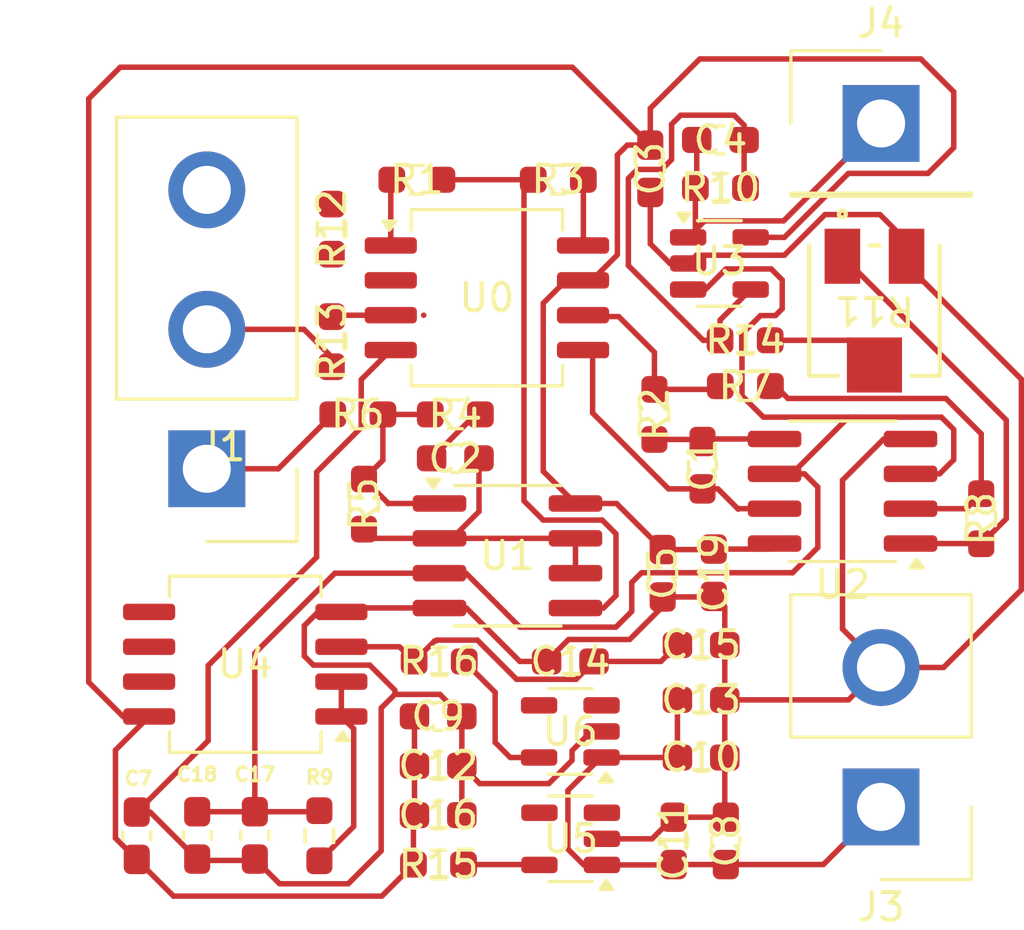
<source format=kicad_pcb>
(kicad_pcb (version 20241229) (generator "pcbnew") (generator_version "9.0")
  (layers (0 "F.Cu" signal) (2 "B.Cu" signal) (13 "F.Paste" user) (15 "B.Paste" user) (5 "F.SilkS" user "F.Silkscreen") (7 "B.SilkS" user "B.Silkscreen") (1 "F.Mask" user) (3 "B.Mask" user) (25 "Edge.Cuts" user))
  (net 0 "")
  (net 1 "Net-(U0-Ref)")
  (net 2 "Net-(U2B-+)")
  (net 3 "Net-(C2-Pad1)")
  (net 4 "Net-(U1A--)")
  (net 5 "Earth")
  (net 6 "/V+")
  (net 7 "Net-(U3--)")
  (net 8 "/Vout")
  (net 9 "/Vpower")
  (net 10 "Net-(U4A-+)")
  (net 11 "/Vref")
  (net 12 "Net-(J1-Pin_2)")
  (net 13 "Net-(J1-Pin_3)")
  (net 14 "Net-(J1-Pin_1)")
  (net 15 "Net-(U1B-+)")
  (net 16 "Net-(R1-Pad1)")
  (net 17 "Net-(R2-Pad2)")
  (net 18 "Net-(R3-Pad1)")
  (net 19 "Net-(R4-Pad1)")
  (net 20 "Net-(U2A--)")
  (net 21 "Net-(R11-Pad1)")
  (net 22 "Net-(U4A--)")
  (net 23 "Net-(R11-Pad2)")
  (net 24 "Net-(U0--)")
  (net 25 "Net-(U0-+)")
  (net 26 "Net-(U5-OUT)")
  (net 27 "Net-(U6-OUT)")
  (footprint "Resistor_SMD:R_0603_1608Metric_Pad0.98x0.95mm_HandSolder" (layer "F.Cu") (at 153.8375 95.28125 90)
    (property "Reference" "R2" (at 0 0 90) (layer "F.SilkS"))
    (property "Value" "R_Small" (hide yes))
    (pad "1" smd roundrect (at -0.9125 0 90) (size 0.975 0.95) (layers "F.Cu" "F.Mask" "F.Paste") (net 2 "Net-(U2B-+)"))
    (pad "2" smd roundrect (at 0.9125 0 90) (size 0.975 0.95) (layers "F.Cu" "F.Mask" "F.Paste") (net 17 "Net-(R2-Pad2)"))
  )
  (footprint "Capacitor_SMD:C_0603_1608Metric_Pad1.08x0.95mm_HandSolder" (layer "F.Cu") (at 134.9875 110.63125 90)
    (property "Reference" "C7" (at 2.08125 0.0625 180) (layer "F.SilkS") (effects (font (size 0.5 0.5) (thickness 0.125))))
    (property "Value" "C_Small" (hide yes))
    (pad "1" smd roundrect (at -0.8625 0 90) (size 1.075 0.95) (layers "F.Cu" "F.Mask" "F.Paste") (net 6 "/V+"))
    (pad "2" smd roundrect (at 0.8625 0 90) (size 1.075 0.95) (layers "F.Cu" "F.Mask" "F.Paste") (net 5 "Earth"))
  )
  (footprint "EMG_PCB:POT_3314J" (layer "F.Cu") (at 161.85 91.5 180)
    (property "Reference" "R11" (at 0 0 180) (layer "F.SilkS"))
    (property "Value" "3314J-1-103E" (hide yes))
    (pad "1" smd rect (at 1.1684 1.9812 180) (size 1.2954 2.0066) (layers "F.Cu" "F.Mask" "F.Paste") (net 21 "Net-(R11-Pad1)"))
    (pad "2" smd rect (at 0 -1.9812 180) (size 2.0066 2.0066) (layers "F.Cu" "F.Mask" "F.Paste") (net 23 "Net-(R11-Pad2)"))
    (pad "3" smd rect (at -1.1684 1.9812 180) (size 1.2954 2.0066) (layers "F.Cu" "F.Mask" "F.Paste") (net 5 "Earth"))
  )
  (footprint "Resistor_SMD:R_0603_1608Metric_Pad0.98x0.95mm_HandSolder" (layer "F.Cu") (at 157.15 94.25)
    (property "Reference" "R7" (at 0 0 0) (layer "F.SilkS"))
    (property "Value" "R_Small" (hide yes))
    (pad "1" smd roundrect (at -0.9125 0) (size 0.975 0.95) (layers "F.Cu" "F.Mask" "F.Paste") (net 17 "Net-(R2-Pad2)"))
    (pad "2" smd roundrect (at 0.9125 0) (size 0.975 0.95) (layers "F.Cu" "F.Mask" "F.Paste") (net 20 "Net-(U2A--)"))
  )
  (footprint "Capacitor_SMD:C_0603_1608Metric_Pad1.08x0.95mm_HandSolder" (layer "F.Cu") (at 145.9625 108.08125)
    (property "Reference" "C12" (at 0 0 0) (layer "F.SilkS"))
    (property "Value" "C_Small" (hide yes))
    (pad "1" smd roundrect (at -0.8625 0) (size 1.075 0.95) (layers "F.Cu" "F.Mask" "F.Paste") (net 6 "/V+"))
    (pad "2" smd roundrect (at 0.8625 0) (size 1.075 0.95) (layers "F.Cu" "F.Mask" "F.Paste") (net 5 "Earth"))
  )
  (footprint "Package_TO_SOT_SMD:SOT-23-5" (layer "F.Cu") (at 156.2032 89.78125)
    (property "Reference" "U3" (at 0 -0.0875 0) (layer "F.SilkS"))
    (property "Value" "OPA333xxDBV" (hide yes))
    (pad "1" smd roundrect (at -1.1375 -0.95) (size 1.325 0.6) (layers "F.Cu" "F.Mask" "F.Paste") (net 8 "/Vout"))
    (pad "2" smd roundrect (at -1.1375 0) (size 1.325 0.6) (layers "F.Cu" "F.Mask" "F.Paste") (net 5 "Earth"))
    (pad "3" smd roundrect (at -1.1375 0.95) (size 1.325 0.6) (layers "F.Cu" "F.Mask" "F.Paste") (net 11 "/Vref"))
    (pad "4" smd roundrect (at 1.1375 0.95) (size 1.325 0.6) (layers "F.Cu" "F.Mask" "F.Paste") (net 7 "Net-(U3--)"))
    (pad "5" smd roundrect (at 1.1375 -0.95) (size 1.325 0.6) (layers "F.Cu" "F.Mask" "F.Paste") (net 6 "/V+"))
  )
  (footprint "Capacitor_SMD:C_0603_1608Metric_Pad1.08x0.95mm_HandSolder" (layer "F.Cu") (at 156.4375 110.81875 90)
    (property "Reference" "C8" (at 0 0 90) (layer "F.SilkS"))
    (property "Value" "C_Small" (hide yes))
    (pad "1" smd roundrect (at -0.8625 0 90) (size 1.075 0.95) (layers "F.Cu" "F.Mask" "F.Paste") (net 9 "/Vpower"))
    (pad "2" smd roundrect (at 0.8625 0 90) (size 1.075 0.95) (layers "F.Cu" "F.Mask" "F.Paste") (net 5 "Earth"))
  )
  (footprint "Capacitor_SMD:C_0603_1608Metric_Pad1.08x0.95mm_HandSolder" (layer "F.Cu") (at 155.5375 105.68125)
    (property "Reference" "C13" (at 0 0 0) (layer "F.SilkS"))
    (property "Value" "C_Small" (hide yes))
    (pad "1" smd roundrect (at -0.8625 0) (size 1.075 0.95) (layers "F.Cu" "F.Mask" "F.Paste") (net 9 "/Vpower"))
    (pad "2" smd roundrect (at 0.8625 0) (size 1.075 0.95) (layers "F.Cu" "F.Mask" "F.Paste") (net 5 "Earth"))
  )
  (footprint "Package_TO_SOT_SMD:SOT-23-5" (layer "F.Cu") (at 150.7875 110.74375 180)
    (property "Reference" "U5" (at 0 0 0) (layer "F.SilkS"))
    (property "Value" "LDO 3.3" (hide yes))
    (pad "1" smd roundrect (at -1.1375 -0.95 180) (size 1.325 0.6) (layers "F.Cu" "F.Mask" "F.Paste") (net 9 "/Vpower"))
    (pad "2" smd roundrect (at -1.1375 0 180) (size 1.325 0.6) (layers "F.Cu" "F.Mask" "F.Paste") (net 5 "Earth"))
    (pad "3" smd roundrect (at -1.1375 0.95 180) (size 1.325 0.6) (layers "F.Cu" "F.Mask" "F.Paste"))
    (pad "4" smd roundrect (at 1.1375 0.95 180) (size 1.325 0.6) (layers "F.Cu" "F.Mask" "F.Paste"))
    (pad "5" smd roundrect (at 1.1375 -0.95 180) (size 1.325 0.6) (layers "F.Cu" "F.Mask" "F.Paste") (net 26 "Net-(U5-OUT)"))
  )
  (footprint "Capacitor_SMD:C_0603_1608Metric_Pad1.08x0.95mm_HandSolder" (layer "F.Cu") (at 139.2875 110.61875 -90)
    (property "Reference" "C17" (at -2.21875 0 180) (layer "F.SilkS") (effects (font (size 0.5 0.5) (thickness 0.125))))
    (property "Value" "C_Small" (hide yes))
    (pad "1" smd roundrect (at -0.8625 0 270) (size 1.075 0.95) (layers "F.Cu" "F.Mask" "F.Paste") (net 11 "/Vref"))
    (pad "2" smd roundrect (at 0.8625 0 270) (size 1.075 0.95) (layers "F.Cu" "F.Mask" "F.Paste") (net 5 "Earth"))
  )
  (footprint "Connector_Samtec_HPM_THT:Samtec_HPM-03-05-x-S_Straight_1x03_Pitch5.08mm" (layer "F.Cu") (at 137.5375 97.26125 180)
    (property "Reference" "J1" (at -0.55 0.8 0) (layer "F.SilkS"))
    (property "Value" "Conn_01x03_Socket")
    (pad "1" thru_hole rect (at 0 0 180) (size 2.8 2.8) (drill 1.75) (layers "*.Cu" "*.Mask") (net 14 "Net-(J1-Pin_1)"))
    (pad "2" thru_hole circle (at 0 5.08 180) (size 2.8 2.8) (drill 1.75) (layers "*.Cu" "*.Mask") (net 12 "Net-(J1-Pin_2)"))
    (pad "3" thru_hole circle (at 0 10.16 180) (size 2.8 2.8) (drill 1.75) (layers "*.Cu" "*.Mask") (net 13 "Net-(J1-Pin_3)"))
  )
  (footprint "Capacitor_SMD:C_0603_1608Metric_Pad1.08x0.95mm_HandSolder" (layer "F.Cu") (at 155.5875 97.13125 90)
    (property "Reference" "C1" (at 0 0 90) (layer "F.SilkS"))
    (property "Value" "C_Small" (hide yes))
    (pad "1" smd roundrect (at -0.8625 0 90) (size 1.075 0.95) (layers "F.Cu" "F.Mask" "F.Paste") (net 1 "Net-(U0-Ref)"))
    (pad "2" smd roundrect (at 0.8625 0 90) (size 1.075 0.95) (layers "F.Cu" "F.Mask" "F.Paste") (net 2 "Net-(U2B-+)"))
  )
  (footprint "Resistor_SMD:R_0603_1608Metric_Pad0.98x0.95mm_HandSolder" (layer "F.Cu") (at 143.0375 95.28125)
    (property "Reference" "R6" (at 0 0 0) (layer "F.SilkS"))
    (property "Value" "R_Small" (hide yes))
    (pad "1" smd roundrect (at -0.9125 0) (size 0.975 0.95) (layers "F.Cu" "F.Mask" "F.Paste") (net 14 "Net-(J1-Pin_1)"))
    (pad "2" smd roundrect (at 0.9125 0) (size 0.975 0.95) (layers "F.Cu" "F.Mask" "F.Paste") (net 19 "Net-(R4-Pad1)"))
  )
  (footprint "Resistor_SMD:R_0603_1608Metric_Pad0.98x0.95mm_HandSolder" (layer "F.Cu") (at 157.1407 92.58125)
    (property "Reference" "R14" (at 0 0 0) (layer "F.SilkS"))
    (property "Value" "R_Small" (hide yes))
    (pad "1" smd roundrect (at -0.9125 0) (size 0.975 0.95) (layers "F.Cu" "F.Mask" "F.Paste") (net 7 "Net-(U3--)"))
    (pad "2" smd roundrect (at 0.9125 0) (size 0.975 0.95) (layers "F.Cu" "F.Mask" "F.Paste") (net 23 "Net-(R11-Pad2)"))
  )
  (footprint "Resistor_SMD:R_0603_1608Metric_Pad0.98x0.95mm_HandSolder" (layer "F.Cu") (at 141.6375 110.63125 -90)
    (property "Reference" "R9" (at -2.13125 -0.0125 180) (layer "F.SilkS") (effects (font (size 0.5 0.5) (thickness 0.125))))
    (property "Value" "R_Small" (hide yes))
    (pad "1" smd roundrect (at -0.9125 0 270) (size 0.975 0.95) (layers "F.Cu" "F.Mask" "F.Paste") (net 11 "/Vref"))
    (pad "2" smd roundrect (at 0.9125 0 270) (size 0.975 0.95) (layers "F.Cu" "F.Mask" "F.Paste") (net 22 "Net-(U4A--)"))
  )
  (footprint "Capacitor_SMD:C_0603_1608Metric_Pad1.08x0.95mm_HandSolder" (layer "F.Cu") (at 154.5375 110.81875 90)
    (property "Reference" "C11" (at 0 0 90) (layer "F.SilkS"))
    (property "Value" "C_Small" (hide yes))
    (pad "1" smd roundrect (at -0.8625 0 90) (size 1.075 0.95) (layers "F.Cu" "F.Mask" "F.Paste") (net 9 "/Vpower"))
    (pad "2" smd roundrect (at 0.8625 0 90) (size 1.075 0.95) (layers "F.Cu" "F.Mask" "F.Paste") (net 5 "Earth"))
  )
  (footprint "Package_SO:SOIC-8_5.3x6.2mm_P1.27mm" (layer "F.Cu") (at 147.7375 91.03125)
    (property "Reference" "U0" (at 0 0 0) (layer "F.SilkS"))
    (property "Value" "AD623" (hide yes))
    (pad "1" smd roundrect (at -3.5 -1.905) (size 1.9 0.6) (layers "F.Cu" "F.Mask" "F.Paste") (net 16 "Net-(R1-Pad1)"))
    (pad "2" smd roundrect (at -3.5 -0.635) (size 1.9 0.6) (layers "F.Cu" "F.Mask" "F.Paste") (net 24 "Net-(U0--)"))
    (pad "3" smd roundrect (at -3.5 0.635) (size 1.9 0.6) (layers "F.Cu" "F.Mask" "F.Paste") (net 25 "Net-(U0-+)"))
    (pad "4" smd roundrect (at -3.5 1.905) (size 1.9 0.6) (layers "F.Cu" "F.Mask" "F.Paste") (net 5 "Earth"))
    (pad "5" smd roundrect (at 3.5 1.905) (size 1.9 0.6) (layers "F.Cu" "F.Mask" "F.Paste") (net 1 "Net-(U0-Ref)"))
    (pad "6" smd roundrect (at 3.5 0.635) (size 1.9 0.6) (layers "F.Cu" "F.Mask" "F.Paste") (net 17 "Net-(R2-Pad2)"))
    (pad "7" smd roundrect (at 3.5 -0.635) (size 1.9 0.6) (layers "F.Cu" "F.Mask" "F.Paste") (net 6 "/V+"))
    (pad "8" smd roundrect (at 3.5 -1.905) (size 1.9 0.6) (layers "F.Cu" "F.Mask" "F.Paste") (net 18 "Net-(R3-Pad1)"))
  )
  (footprint "Resistor_SMD:R_0603_1608Metric_Pad0.98x0.95mm_HandSolder" (layer "F.Cu") (at 150.3375 86.73125 180)
    (property "Reference" "R3" (at 0 0 0) (layer "F.SilkS"))
    (property "Value" "R_Small" (hide yes))
    (pad "1" smd roundrect (at -0.9125 0 180) (size 0.975 0.95) (layers "F.Cu" "F.Mask" "F.Paste") (net 18 "Net-(R3-Pad1)"))
    (pad "2" smd roundrect (at 0.9125 0 180) (size 0.975 0.95) (layers "F.Cu" "F.Mask" "F.Paste") (net 15 "Net-(U1B-+)"))
  )
  (footprint "Capacitor_SMD:C_0603_1608Metric_Pad1.08x0.95mm_HandSolder" (layer "F.Cu") (at 155.5375 103.68125)
    (property "Reference" "C15" (at 0 0 0) (layer "F.SilkS"))
    (property "Value" "C_Small" (hide yes))
    (pad "1" smd roundrect (at -0.8625 0) (size 1.075 0.95) (layers "F.Cu" "F.Mask" "F.Paste") (net 10 "Net-(U4A-+)"))
    (pad "2" smd roundrect (at 0.8625 0) (size 1.075 0.95) (layers "F.Cu" "F.Mask" "F.Paste") (net 5 "Earth"))
  )
  (footprint "Capacitor_SMD:C_0603_1608Metric_Pad1.08x0.95mm_HandSolder" (layer "F.Cu") (at 155.5375 107.78125)
    (property "Reference" "C10" (at 0 0 0) (layer "F.SilkS"))
    (property "Value" "C_Small" (hide yes))
    (pad "1" smd roundrect (at -0.8625 0) (size 1.075 0.95) (layers "F.Cu" "F.Mask" "F.Paste") (net 9 "/Vpower"))
    (pad "2" smd roundrect (at 0.8625 0) (size 1.075 0.95) (layers "F.Cu" "F.Mask" "F.Paste") (net 5 "Earth"))
  )
  (footprint "Package_TO_SOT_SMD:SOT-23-5" (layer "F.Cu") (at 150.775 106.83125 180)
    (property "Reference" "U6" (at 0 0 0) (layer "F.SilkS"))
    (property "Value" "LDO 1.5" (hide yes))
    (pad "1" smd roundrect (at -1.1375 -0.95 180) (size 1.325 0.6) (layers "F.Cu" "F.Mask" "F.Paste") (net 9 "/Vpower"))
    (pad "2" smd roundrect (at -1.1375 0 180) (size 1.325 0.6) (layers "F.Cu" "F.Mask" "F.Paste") (net 5 "Earth"))
    (pad "3" smd roundrect (at -1.1375 0.95 180) (size 1.325 0.6) (layers "F.Cu" "F.Mask" "F.Paste"))
    (pad "4" smd roundrect (at 1.1375 0.95 180) (size 1.325 0.6) (layers "F.Cu" "F.Mask" "F.Paste"))
    (pad "5" smd roundrect (at 1.1375 -0.95 180) (size 1.325 0.6) (layers "F.Cu" "F.Mask" "F.Paste") (net 27 "Net-(U6-OUT)"))
  )
  (footprint "Capacitor_SMD:C_0603_1608Metric_Pad1.08x0.95mm_HandSolder" (layer "F.Cu") (at 150.775 104.28125 180)
    (property "Reference" "C14" (at 0 0 0) (layer "F.SilkS"))
    (property "Value" "C_Small" (hide yes))
    (pad "1" smd roundrect (at -0.8625 0 180) (size 1.075 0.95) (layers "F.Cu" "F.Mask" "F.Paste") (net 10 "Net-(U4A-+)"))
    (pad "2" smd roundrect (at 0.8625 0 180) (size 1.075 0.95) (layers "F.Cu" "F.Mask" "F.Paste") (net 5 "Earth"))
  )
  (footprint "Capacitor_SMD:C_0603_1608Metric_Pad1.08x0.95mm_HandSolder" (layer "F.Cu") (at 154.1375 101.06875 -90)
    (property "Reference" "C5" (at 0 0 90) (layer "F.SilkS"))
    (property "Value" "C_Small" (hide yes))
    (pad "1" smd roundrect (at -0.8625 0 270) (size 1.075 0.95) (layers "F.Cu" "F.Mask" "F.Paste") (net 6 "/V+"))
    (pad "2" smd roundrect (at 0.8625 0 270) (size 1.075 0.95) (layers "F.Cu" "F.Mask" "F.Paste") (net 5 "Earth"))
  )
  (footprint "Capacitor_SMD:C_0603_1608Metric_Pad1.08x0.95mm_HandSolder" (layer "F.Cu") (at 146.5875 96.88125)
    (property "Reference" "C2" (at 0 0 0) (layer "F.SilkS"))
    (property "Value" "C_Small" (hide yes))
    (pad "1" smd roundrect (at -0.8625 0) (size 1.075 0.95) (layers "F.Cu" "F.Mask" "F.Paste") (net 3 "Net-(C2-Pad1)"))
    (pad "2" smd roundrect (at 0.8625 0) (size 1.075 0.95) (layers "F.Cu" "F.Mask" "F.Paste") (net 4 "Net-(U1A--)"))
  )
  (footprint "Package_SO:SOIC-8_3.9x4.9mm_P1.27mm" (layer "F.Cu") (at 160.6875 98.08125 180)
    (property "Reference" "U2" (at 0 -3.4 0) (layer "F.SilkS"))
    (property "Value" "OPA2333xxD" (hide yes))
    (pad "1" smd roundrect (at -2.475 -1.905 180) (size 1.95 0.6) (layers "F.Cu" "F.Mask" "F.Paste") (net 21 "Net-(R11-Pad1)"))
    (pad "2" smd roundrect (at -2.475 -0.635 180) (size 1.95 0.6) (layers "F.Cu" "F.Mask" "F.Paste") (net 20 "Net-(U2A--)"))
    (pad "3" smd roundrect (at -2.475 0.635 180) (size 1.95 0.6) (layers "F.Cu" "F.Mask" "F.Paste") (net 11 "/Vref"))
    (pad "4" smd roundrect (at -2.475 1.905 180) (size 1.95 0.6) (layers "F.Cu" "F.Mask" "F.Paste") (net 5 "Earth"))
    (pad "5" smd roundrect (at 2.475 1.905 180) (size 1.95 0.6) (layers "F.Cu" "F.Mask" "F.Paste") (net 2 "Net-(U2B-+)"))
    (pad "6" smd roundrect (at 2.475 0.635 180) (size 1.95 0.6) (layers "F.Cu" "F.Mask" "F.Paste") (net 11 "/Vref"))
    (pad "7" smd roundrect (at 2.475 -0.635 180) (size 1.95 0.6) (layers "F.Cu" "F.Mask" "F.Paste") (net 1 "Net-(U0-Ref)"))
    (pad "8" smd roundrect (at 2.475 -1.905 180) (size 1.95 0.6) (layers "F.Cu" "F.Mask" "F.Paste") (net 6 "/V+"))
  )
  (footprint "Resistor_SMD:R_0603_1608Metric_Pad0.98x0.95mm_HandSolder" (layer "F.Cu") (at 142.0875 88.53125 -90)
    (property "Reference" "R12" (at 0 0 90) (layer "F.SilkS"))
    (property "Value" "R_Small" (hide yes))
    (pad "1" smd roundrect (at -0.9125 0 270) (size 0.975 0.95) (layers "F.Cu" "F.Mask" "F.Paste") (net 13 "Net-(J1-Pin_3)"))
    (pad "2" smd roundrect (at 0.9125 0 270) (size 0.975 0.95) (layers "F.Cu" "F.Mask" "F.Paste") (net 24 "Net-(U0--)"))
  )
  (footprint "Resistor_SMD:R_0603_1608Metric_Pad0.98x0.95mm_HandSolder" (layer "F.Cu") (at 142.0875 92.63125 90)
    (property "Reference" "R13" (at 0 0 90) (layer "F.SilkS"))
    (property "Value" "R_Small" (hide yes))
    (pad "1" smd roundrect (at -0.9125 0 90) (size 0.975 0.95) (layers "F.Cu" "F.Mask" "F.Paste") (net 12 "Net-(J1-Pin_2)"))
    (pad "2" smd roundrect (at 0.9125 0 90) (size 0.975 0.95) (layers "F.Cu" "F.Mask" "F.Paste") (net 25 "Net-(U0-+)"))
  )
  (footprint "Resistor_SMD:R_0603_1608Metric_Pad0.98x0.95mm_HandSolder" (layer "F.Cu") (at 145.1875 86.73125)
    (property "Reference" "R1" (at 0 0 0) (layer "F.SilkS"))
    (property "Value" "R_Small" (hide yes))
    (pad "1" smd roundrect (at -0.9125 0) (size 0.975 0.95) (layers "F.Cu" "F.Mask" "F.Paste") (net 16 "Net-(R1-Pad1)"))
    (pad "2" smd roundrect (at 0.9125 0) (size 0.975 0.95) (layers "F.Cu" "F.Mask" "F.Paste") (net 15 "Net-(U1B-+)"))
  )
  (footprint "Connector_Samtec_HPM_THT:Samtec_HPM-01-05-x-S_Straight_1x01_Pitch5.08mm" (layer "F.Cu") (at 162.0907 84.68125)
    (property "Reference" "J4" (at 0 -3.65 0) (layer "F.SilkS"))
    (property "Value" "Conn_01x01_Socket" (hide yes))
    (pad "1" thru_hole rect (at 0 0) (size 2.8 2.8) (drill 1.75) (layers "*.Cu" "*.Mask") (net 8 "/Vout"))
  )
  (footprint "Capacitor_SMD:C_0603_1608Metric_Pad1.08x0.95mm_HandSolder" (layer "F.Cu") (at 145.9625 106.28125)
    (property "Reference" "C9" (at 0 0 0) (layer "F.SilkS"))
    (property "Value" "C_Small" (hide yes))
    (pad "1" smd roundrect (at -0.8625 0) (size 1.075 0.95) (layers "F.Cu" "F.Mask" "F.Paste") (net 6 "/V+"))
    (pad "2" smd roundrect (at 0.8625 0) (size 1.075 0.95) (layers "F.Cu" "F.Mask" "F.Paste") (net 5 "Earth"))
  )
  (footprint "Resistor_SMD:R_0603_1608Metric_Pad0.98x0.95mm_HandSolder" (layer "F.Cu") (at 156.2407 87.03125 180)
    (property "Reference" "R10" (at 0 0 0) (layer "F.SilkS"))
    (property "Value" "R_Small" (hide yes))
    (pad "1" smd roundrect (at -0.9125 0 180) (size 0.975 0.95) (layers "F.Cu" "F.Mask" "F.Paste") (net 7 "Net-(U3--)"))
    (pad "2" smd roundrect (at 0.9125 0 180) (size 0.975 0.95) (layers "F.Cu" "F.Mask" "F.Paste") (net 8 "/Vout"))
  )
  (footprint "Capacitor_SMD:C_0603_1608Metric_Pad1.08x0.95mm_HandSolder" (layer "F.Cu") (at 137.1875 110.61875 -90)
    (property "Reference" "C18" (at -2.21875 0 180) (layer "F.SilkS") (effects (font (size 0.5 0.5) (thickness 0.125))))
    (property "Value" "C_Small" (hide yes))
    (pad "1" smd roundrect (at -0.8625 0 270) (size 1.075 0.95) (layers "F.Cu" "F.Mask" "F.Paste") (net 11 "/Vref"))
    (pad "2" smd roundrect (at 0.8625 0 270) (size 1.075 0.95) (layers "F.Cu" "F.Mask" "F.Paste") (net 5 "Earth"))
  )
  (footprint "Connector_Samtec_HPM_THT:Samtec_HPM-02-05-x-S_Straight_1x02_Pitch5.08mm" (layer "F.Cu") (at 162.0875 109.58125 180)
    (property "Reference" "J3" (at 0 -3.65 0) (layer "F.SilkS"))
    (property "Value" "Conn_01x02_Socket" (hide yes))
    (pad "1" thru_hole rect (at 0 0 180) (size 2.8 2.8) (drill 1.75) (layers "*.Cu" "*.Mask") (net 9 "/Vpower"))
    (pad "2" thru_hole circle (at 0 5.08 180) (size 2.8 2.8) (drill 1.75) (layers "*.Cu" "*.Mask") (net 5 "Earth"))
  )
  (footprint "Resistor_SMD:R_0603_1608Metric_Pad0.98x0.95mm_HandSolder" (layer "F.Cu") (at 146 104.28125 180)
    (property "Reference" "R16" (at 0 0 0) (layer "F.SilkS"))
    (property "Value" "R_Small" (hide yes))
    (pad "1" smd roundrect (at -0.9125 0 180) (size 0.975 0.95) (layers "F.Cu" "F.Mask" "F.Paste") (net 27 "Net-(U6-OUT)"))
    (pad "2" smd roundrect (at 0.9125 0 180) (size 0.975 0.95) (layers "F.Cu" "F.Mask" "F.Paste") (net 10 "Net-(U4A-+)"))
  )
  (footprint "Capacitor_SMD:C_0603_1608Metric_Pad1.08x0.95mm_HandSolder" (layer "F.Cu") (at 145.9625 109.88125 180)
    (property "Reference" "C16" (at 0 0 0) (layer "F.SilkS"))
    (property "Value" "C_Small" (hide yes))
    (pad "1" smd roundrect (at -0.8625 0 180) (size 1.075 0.95) (layers "F.Cu" "F.Mask" "F.Paste") (net 5 "Earth"))
    (pad "2" smd roundrect (at 0.8625 0 180) (size 1.075 0.95) (layers "F.Cu" "F.Mask" "F.Paste") (net 6 "/V+"))
  )
  (footprint "Package_SO:SOIC-8_3.9x4.9mm_P1.27mm" (layer "F.Cu") (at 148.4875 100.43125)
    (property "Reference" "U1" (at 0 0 0) (layer "F.SilkS"))
    (property "Value" "OPA2333xxD" (hide yes))
    (pad "1" smd roundrect (at -2.475 -1.905) (size 1.95 0.6) (layers "F.Cu" "F.Mask" "F.Paste") (net 19 "Net-(R4-Pad1)"))
    (pad "2" smd roundrect (at -2.475 -0.635) (size 1.95 0.6) (layers "F.Cu" "F.Mask" "F.Paste") (net 4 "Net-(U1A--)"))
    (pad "3" smd roundrect (at -2.475 0.635) (size 1.95 0.6) (layers "F.Cu" "F.Mask" "F.Paste") (net 11 "/Vref"))
    (pad "4" smd roundrect (at -2.475 1.905) (size 1.95 0.6) (layers "F.Cu" "F.Mask" "F.Paste") (net 5 "Earth"))
    (pad "5" smd roundrect (at 2.475 1.905) (size 1.95 0.6) (layers "F.Cu" "F.Mask" "F.Paste") (net 15 "Net-(U1B-+)"))
    (pad "6" smd roundrect (at 2.475 0.635) (size 1.95 0.6) (layers "F.Cu" "F.Mask" "F.Paste") (net 4 "Net-(U1A--)"))
    (pad "7" smd roundrect (at 2.475 -0.635) (size 1.95 0.6) (layers "F.Cu" "F.Mask" "F.Paste") (net 4 "Net-(U1A--)"))
    (pad "8" smd roundrect (at 2.475 -1.905) (size 1.95 0.6) (layers "F.Cu" "F.Mask" "F.Paste") (net 6 "/V+"))
  )
  (footprint "Resistor_SMD:R_0603_1608Metric_Pad0.98x0.95mm_HandSolder" (layer "F.Cu") (at 145.975 111.68125 180)
    (property "Reference" "R15" (at 0 0 0) (layer "F.SilkS"))
    (property "Value" "R_Small" (hide yes))
    (pad "1" smd roundrect (at -0.9125 0 180) (size 0.975 0.95) (layers "F.Cu" "F.Mask" "F.Paste") (net 26 "Net-(U5-OUT)"))
    (pad "2" smd roundrect (at 0.9125 0 180) (size 0.975 0.95) (layers "F.Cu" "F.Mask" "F.Paste") (net 6 "/V+"))
  )
  (footprint "Capacitor_SMD:C_0603_1608Metric_Pad1.08x0.95mm_HandSolder" (layer "F.Cu") (at 153.6875 86.33125 90)
    (property "Reference" "C3" (at 0 0 90) (layer "F.SilkS"))
    (property "Value" "C_Small" (hide yes))
    (pad "1" smd roundrect (at -0.8625 0 90) (size 1.075 0.95) (layers "F.Cu" "F.Mask" "F.Paste") (net 5 "Earth"))
    (pad "2" smd roundrect (at 0.8625 0 90) (size 1.075 0.95) (layers "F.Cu" "F.Mask" "F.Paste") (net 6 "/V+"))
  )
  (footprint "Capacitor_SMD:C_0603_1608Metric_Pad1.08x0.95mm_HandSolder" (layer "F.Cu") (at 156.2407 85.28125 180)
    (property "Reference" "C4" (at 0 0 0) (layer "F.SilkS"))
    (property "Value" "C_Small" (hide yes))
    (pad "1" smd roundrect (at -0.8625 0 180) (size 1.075 0.95) (layers "F.Cu" "F.Mask" "F.Paste") (net 7 "Net-(U3--)"))
    (pad "2" smd roundrect (at 0.8625 0 180) (size 1.075 0.95) (layers "F.Cu" "F.Mask" "F.Paste") (net 8 "/Vout"))
  )
  (footprint "Resistor_SMD:R_0603_1608Metric_Pad0.98x0.95mm_HandSolder" (layer "F.Cu") (at 143.2625 98.54875 -90)
    (property "Reference" "R5" (at 0 0 90) (layer "F.SilkS"))
    (property "Value" "R_Small" (hide yes))
    (pad "1" smd roundrect (at -0.9125 0 270) (size 0.975 0.95) (layers "F.Cu" "F.Mask" "F.Paste") (net 19 "Net-(R4-Pad1)"))
    (pad "2" smd roundrect (at 0.9125 0 270) (size 0.975 0.95) (layers "F.Cu" "F.Mask" "F.Paste") (net 4 "Net-(U1A--)"))
  )
  (footprint "Resistor_SMD:R_0603_1608Metric_Pad0.98x0.95mm_HandSolder" (layer "F.Cu") (at 165.7375 99.08125 90)
    (property "Reference" "R8" (at 0 0 90) (layer "F.SilkS"))
    (property "Value" "R_Small" (hide yes))
    (pad "1" smd roundrect (at -0.9125 0 90) (size 0.975 0.95) (layers "F.Cu" "F.Mask" "F.Paste") (net 21 "Net-(R11-Pad1)"))
    (pad "2" smd roundrect (at 0.9125 0 90) (size 0.975 0.95) (layers "F.Cu" "F.Mask" "F.Paste") (net 20 "Net-(U2A--)"))
  )
  (footprint "Capacitor_SMD:C_0603_1608Metric_Pad1.08x0.95mm_HandSolder" (layer "F.Cu") (at 156 101.05 90)
    (property "Reference" "C19" (at 0 0 90) (layer "F.SilkS"))
    (property "Value" "C_Small" (hide yes))
    (pad "1" smd roundrect (at -0.8625 0 90) (size 1.075 0.95) (layers "F.Cu" "F.Mask" "F.Paste") (net 5 "Earth"))
    (pad "2" smd roundrect (at 0.8625 0 90) (size 1.075 0.95) (layers "F.Cu" "F.Mask" "F.Paste") (net 6 "/V+"))
  )
  (footprint "Package_SO:SOIC-8_5.3x6.2mm_P1.27mm" (layer "F.Cu") (at 138.9375 104.38125 180)
    (property "Reference" "U4" (at 0 0 0) (layer "F.SilkS"))
    (property "Value" "OPA350UA" (hide yes))
    (pad "1" smd roundrect (at -3.5 -1.905 180) (size 1.9 0.6) (layers "F.Cu" "F.Mask" "F.Paste") (net 22 "Net-(U4A--)"))
    (pad "2" smd roundrect (at -3.5 -0.635 180) (size 1.9 0.6) (layers "F.Cu" "F.Mask" "F.Paste") (net 22 "Net-(U4A--)"))
    (pad "3" smd roundrect (at -3.5 0.635 180) (size 1.9 0.6) (layers "F.Cu" "F.Mask" "F.Paste") (net 10 "Net-(U4A-+)"))
    (pad "4" smd roundrect (at -3.5 1.905 180) (size 1.9 0.6) (layers "F.Cu" "F.Mask" "F.Paste") (net 5 "Earth"))
    (pad "5" smd roundrect (at 3.5 1.905 180) (size 1.9 0.6) (layers "F.Cu" "F.Mask" "F.Paste"))
    (pad "6" smd roundrect (at 3.5 0.635 180) (size 1.9 0.6) (layers "F.Cu" "F.Mask" "F.Paste"))
    (pad "7" smd roundrect (at 3.5 -0.635 180) (size 1.9 0.6) (layers "F.Cu" "F.Mask" "F.Paste"))
    (pad "8" smd roundrect (at 3.5 -1.905 180) (size 1.9 0.6) (layers "F.Cu" "F.Mask" "F.Paste") (net 6 "/V+"))
  )
  (footprint "Resistor_SMD:R_0603_1608Metric_Pad0.98x0.95mm_HandSolder" (layer "F.Cu") (at 146.5875 95.28125)
    (property "Reference" "R4" (at 0 0 0) (layer "F.SilkS"))
    (property "Value" "R_Small" (hide yes))
    (pad "1" smd roundrect (at -0.9125 0) (size 0.975 0.95) (layers "F.Cu" "F.Mask" "F.Paste") (net 19 "Net-(R4-Pad1)"))
    (pad "2" smd roundrect (at 0.9125 0) (size 0.975 0.95) (layers "F.Cu" "F.Mask" "F.Paste") (net 3 "Net-(C2-Pad1)"))
  )
  (segment (start 156.8875 98.73125) (end 156.9025 98.71625) (width 0.2) (layer "F.Cu") (net 1))
  (segment (start 151.5875 92.98625) (end 151.5875 95.23125) (width 0.2) (layer "F.Cu") (net 1))
  (segment (start 156.15 97.99375) (end 156.8875 98.73125) (width 0.2) (layer "F.Cu") (net 1))
  (segment (start 154.35 97.99375) (end 155.5875 97.99375) (width 0.2) (layer "F.Cu") (net 1))
  (segment (start 151.5875 95.23125) (end 154.35 97.99375) (width 0.2) (layer "F.Cu") (net 1))
  (segment (start 155.5875 97.99375) (end 156.15 97.99375) (width 0.2) (layer "F.Cu") (net 1))
  (segment (start 156.9025 98.71625) (end 158.2125 98.71625) (width 0.2) (layer "F.Cu") (net 1))
  (segment (start 155.6375 96.51875) (end 155.65 96.51875) (width 0.2) (layer "F.Cu") (net 2))
  (segment (start 153.8375 96.19375) (end 155.5125 96.19375) (width 0.2) (layer "F.Cu") (net 2))
  (segment (start 155.65 96.51875) (end 155.9925 96.17625) (width 0.2) (layer "F.Cu") (net 2))
  (segment (start 155.9925 96.17625) (end 158.2125 96.17625) (width 0.2) (layer "F.Cu") (net 2))
  (segment (start 155.5125 96.19375) (end 155.5875 96.26875) (width 0.2) (layer "F.Cu") (net 2))
  (segment (start 158.225 96.16375) (end 158.2125 96.17625) (width 0.2) (layer "F.Cu") (net 2))
  (segment (start 147.325 95.28125) (end 147.5 95.28125) (width 0.2) (layer "F.Cu") (net 3))
  (segment (start 145.725 96.88125) (end 147.325 95.28125) (width 0.2) (layer "F.Cu") (net 3))
  (segment (start 147.45 98.81875) (end 147.45 96.88125) (width 0.2) (layer "F.Cu") (net 4))
  (segment (start 143.2675 99.46125) (end 143.5875 99.78125) (width 0.2) (layer "F.Cu") (net 4))
  (segment (start 143.2625 99.46125) (end 143.2675 99.46125) (width 0.2) (layer "F.Cu") (net 4))
  (segment (start 146.4725 99.79625) (end 147.45 98.81875) (width 0.2) (layer "F.Cu") (net 4))
  (segment (start 146.0125 99.79625) (end 146.4725 99.79625) (width 0.2) (layer "F.Cu") (net 4))
  (segment (start 146.0125 99.79625) (end 150.9625 99.79625) (width 0.2) (layer "F.Cu") (net 4))
  (segment (start 150.9625 99.79625) (end 150.9625 101.06625) (width 0.2) (layer "F.Cu") (net 4))
  (segment (start 143.5875 99.78125) (end 143.6025 99.79625) (width 0.2) (layer "F.Cu") (net 4))
  (segment (start 143.6025 99.79625) (end 146.0125 99.79625) (width 0.2) (layer "F.Cu") (net 4))
  (segment (start 155.3657 89.48125) (end 158.56875 89.48125) (width 0.2) (layer "F.Cu") (net 5))
  (segment (start 160.9075 105.68125) (end 162.0875 104.50125) (width 0.2) (layer "F.Cu") (net 5))
  (segment (start 141.5375 100.48125) (end 141.5375 97.38125) (width 0.2) (layer "F.Cu") (net 5))
  (segment (start 160.05 88) (end 162.05 88) (width 0.2) (layer "F.Cu") (net 5))
  (segment (start 167.2 101.66875) (end 164.3675 104.50125) (width 0.2) (layer "F.Cu") (net 5))
  (segment (start 143.1615 94.01225) (end 144.2375 92.93625) (width 0.2) (layer "F.Cu") (net 5))
  (segment (start 156.4 109.91875) (end 156.4375 109.95625) (width 0.2) (layer "F.Cu") (net 5))
  (segment (start 146.0075 102.33125) (end 146.0125 102.33625) (width 0.2) (layer "F.Cu") (net 5))
  (segment (start 142.6875 112.38125) (end 143.8875 111.18125) (width 0.2) (layer "F.Cu") (net 5))
  (segment (start 144.3875 105.33125) (end 144.3875 105.48125) (width 0.2) (layer "F.Cu") (net 5))
  (segment (start 143.8875 105.98125) (end 144.3875 105.48125) (width 0.2) (layer "F.Cu") (net 5))
  (segment (start 140.1875 112.38125) (end 142.6875 112.38125) (width 0.2) (layer "F.Cu") (net 5))
  (segment (start 146.9925 102.33625) (end 148.9375 104.28125) (width 0.2) (layer "F.Cu") (net 5))
  (segment (start 137.1375 111.53125) (end 139.2875 111.53125) (width 0.2) (layer "F.Cu") (net 5))
  (segment (start 149.9125 104.28125) (end 150.7125 103.48125) (width 0.2) (layer "F.Cu") (net 5))
  (segment (start 156 101.9125) (end 156.0125 101.9125) (width 0.2) (layer "F.Cu") (net 5))
  (segment (start 150.7125 103.48125) (end 152.9375 103.48125) (width 0.2) (layer "F.Cu") (net 5))
  (segment (start 151.5375 106.83125) (end 151.9125 106.83125) (width 0.2) (layer "F.Cu") (net 5))
  (segment (start 164.3675 104.50125) (end 162.0875 104.50125) (width 0.2) (layer "F.Cu") (net 5))
  (segment (start 141.0875 104.08125) (end 141.4215 104.41525) (width 0.2) (layer "F.Cu") (net 5))
  (segment (start 142.4375 102.47625) (end 142.5825 102.33125) (width 0.2) (layer "F.Cu") (net 5))
  (segment (start 146.825 108.08125) (end 147.475 108.73125) (width 0.2) (layer "F.Cu") (net 5))
  (segment (start 167.2 94.0004) (end 167.2 101.66875) (width 0.2) (layer "F.Cu") (net 5))
  (segment (start 135.475 109.76875) (end 137.1875 111.48125) (width 0.2) (layer "F.Cu") (net 5))
  (segment (start 141.0875 102.98125) (end 141.0875 104.08125) (width 0.2) (layer "F.Cu") (net 5))
  (segment (start 153.6875 89.065549) (end 154.403201 89.78125) (width 0.2) (layer "F.Cu") (net 5))
  (segment (start 156.4 107.78125) (end 156.4 109.91875) (width 0.2) (layer "F.Cu") (net 5))
  (segment (start 163.1625 96.17625) (end 162.187501 96.17625) (width 0.2) (layer "F.Cu") (net 5))
  (segment (start 146.0125 102.33625) (end 146.9925 102.33625) (width 0.2) (layer "F.Cu") (net 5))
  (segment (start 142.4375 102.47625) (end 141.5925 102.47625) (width 0.2) (layer "F.Cu") (net 5))
  (segment (start 163.0684 89.3184) (end 163.0684 89.8688) (width 0.2) (layer "F.Cu") (net 5))
  (segment (start 156.4 107.78125) (end 156.4 105.68125) (width 0.2) (layer "F.Cu") (net 5))
  (segment (start 144.3875 105.48125) (end 146.025 105.48125) (width 0.2) (layer "F.Cu") (net 5))
  (segment (start 163.0684 89.8688) (end 167.2 94.0004) (width 0.2) (layer "F.Cu") (net 5))
  (segment (start 150.8375 107.53125) (end 151.5375 106.83125) (width 0.2) (layer "F.Cu") (net 5))
  (segment (start 154.1375 102.28125) (end 154.1375 101.93125) (width 0.2) (layer "F.Cu") (net 5))
  (segment (start 153.6875 87.19375) (end 153.6875 89.065549) (width 0.2) (layer "F.Cu") (net 5))
  (segment (start 152.9375 103.48125) (end 154.1375 102.28125) (width 0.2) (layer "F.Cu") (net 5))
  (segment (start 156.0125 101.9125) (end 156.4 102.3) (width 0.2) (layer "F.Cu") (net 5))
  (segment (start 154.403201 89.78125) (end 155.0657 89.78125) (width 0.2) (layer "F.Cu") (net 5))
  (segment (start 155.98125 101.93125) (end 156 101.9125) (width 0.2) (layer "F.Cu") (net 5))
  (segment (start 147.475 108.73125) (end 149.991968 108.73125) (width 0.2) (layer "F.Cu") (net 5))
  (segment (start 163.0184 88.9684) (end 163.0184 89.5188) (width 0.2) (layer "F.Cu") (net 5))
  (segment (start 148.9375 104.28125) (end 149.9125 104.28125) (width 0.2) (layer "F.Cu") (net 5))
  (segment (start 153.75 110.74375) (end 154.5375 109.95625) (width 0.2) (layer "F.Cu") (net 5))
  (segment (start 160.687501 103.101251) (end 162.0875 104.50125) (width 0.2) (layer "F.Cu") (net 5))
  (segment (start 160.687501 97.67625) (end 160.687501 103.101251) (width 0.2) (layer "F.Cu") (net 5))
  (segment (start 141.5925 102.47625) (end 141.0875 102.98125) (width 0.2) (layer "F.Cu") (net 5))
  (segment (start 141.4215 104.41525) (end 143.4715 104.41525) (width 0.2) (layer "F.Cu") (net 5))
  (segment (start 156.4 105.68125) (end 160.9075 105.68125) (width 0.2) (layer "F.Cu") (net 5))
  (segment (start 156.4 102.3) (end 156.4 103.68125) (width 0.2) (layer "F.Cu") (net 5))
  (segment (start 134.9875 109.76875) (end 137.5875 107.16875) (width 0.2) (layer "F.Cu") (net 5))
  (segment (start 151.925 110.74375) (end 153.75 110.74375) (width 0.2) (layer "F.Cu") (net 5))
  (segment (start 150.8375 107.885718) (end 150.8375 107.53125) (width 0.2) (layer "F.Cu") (net 5))
  (segment (start 154.5375 109.95625) (end 156.5375 109.95625) (width 0.2) (layer "F.Cu") (net 5))
  (segment (start 134.9875 109.76875) (end 135.475 109.76875) (width 0.2) (layer "F.Cu") (net 5))
  (segment (start 149.991968 108.73125) (end 150.8375 107.885718) (width 0.2) (layer "F.Cu") (net 5))
  (segment (start 162.05 88) (end 163.0184 88.9684) (width 0.2) (layer "F.Cu") (net 5))
  (segment (start 158.56875 89.48125) (end 160.05 88) (width 0.2) (layer "F.Cu") (net 5))
  (segment (start 142.5825 102.33125) (end 146.0075 102.33125) (width 0.2) (layer "F.Cu") (net 5))
  (segment (start 146.825 109.88125) (end 146.825 108.08125) (width 0.2) (layer "F.Cu") (net 5))
  (segment (start 143.1615 95.75725) (end 143.1615 94.01225) (width 0.2) (layer "F.Cu") (net 5))
  (segment (start 155.0657 89.78125) (end 155.3657 89.48125) (width 0.2) (layer "F.Cu") (net 5))
  (segment (start 156.4 105.68125) (end 156.4 103.68125) (width 0.2) (layer "F.Cu") (net 5))
  (segment (start 141.5375 97.38125) (end 143.1615 95.75725) (width 0.2) (layer "F.Cu") (net 5))
  (segment (start 143.8875 111.18125) (end 143.8875 105.98125) (width 0.2) (layer "F.Cu") (net 5))
  (segment (start 137.5875 104.43125) (end 141.5375 100.48125) (width 0.2) (layer "F.Cu") (net 5))
  (segment (start 154.1375 101.93125) (end 155.98125 101.93125) (width 0.2) (layer "F.Cu") (net 5))
  (segment (start 162.187501 96.17625) (end 160.687501 97.67625) (width 0.2) (layer "F.Cu") (net 5))
  (segment (start 146.825 108.08125) (end 146.825 106.28125) (width 0.2) (layer "F.Cu") (net 5))
  (segment (start 143.4715 104.41525) (end 144.3875 105.33125) (width 0.2) (layer "F.Cu") (net 5))
  (segment (start 139.2875 111.48125) (end 140.1875 112.38125) (width 0.2) (layer "F.Cu") (net 5))
  (segment (start 137.5875 107.16875) (end 137.5875 104.43125) (width 0.2) (layer "F.Cu") (net 5))
  (segment (start 146.025 105.48125) (end 146.825 106.28125) (width 0.2) (layer "F.Cu") (net 5))
  (segment (start 160.9 86.5) (end 158.56875 88.83125) (width 0.2) (layer "F.Cu") (net 6))
  (segment (start 151.2375 90.39625) (end 150.6225 90.39625) (width 0.2) (layer "F.Cu") (net 6))
  (segment (start 163.5375 82.33125) (end 164.7375 83.53125) (width 0.2) (layer "F.Cu") (net 6))
  (segment (start 150.9625 98.52625) (end 152.4575 98.52625) (width 0.2) (layer "F.Cu") (net 6))
  (segment (start 164.7375 83.53125) (end 164.7375 85.5625) (width 0.2) (layer "F.Cu") (net 6))
  (segment (start 150.6225 90.39625) (end 149.7875 91.23125) (width 0.2) (layer "F.Cu") (net 6))
  (segment (start 134.487501 106.28625) (end 133.2375 105.036249) (width 0.2) (layer "F.Cu") (net 6))
  (segment (start 153.6875 85.46875) (end 153.6875 84.13125) (width 0.2) (layer "F.Cu") (net 6))
  (segment (start 154.1375 100.20625) (end 155.98125 100.20625) (width 0.2) (layer "F.Cu") (net 6))
  (segment (start 151.559468 90.39625) (end 151.2375 90.39625) (width 0.2) (layer "F.Cu") (net 6))
  (segment (start 136.325 112.83125) (end 143.9125 112.83125) (width 0.2) (layer "F.Cu") (net 6))
  (segment (start 134.2115 110.71775) (end 134.2115 107.51225) (width 0.2) (layer "F.Cu") (net 6))
  (segment (start 134.9875 111.49375) (end 136.325 112.83125) (width 0.2) (layer "F.Cu") (net 6))
  (segment (start 153.6875 84.13125) (end 155.4875 82.33125) (width 0.2) (layer "F.Cu") (net 6))
  (segment (start 150.85 82.63125) (end 153.6875 85.46875) (width 0.2) (layer "F.Cu") (net 6))
  (segment (start 155.4875 82.33125) (end 163.5375 82.33125) (width 0.2) (layer "F.Cu") (net 6))
  (segment (start 152.4875 85.83125) (end 152.4875 89.468218) (width 0.2) (layer "F.Cu") (net 6))
  (segment (start 152.4875 89.468218) (end 151.559468 90.39625) (width 0.2) (layer "F.Cu") (net 6))
  (segment (start 149.7875 97.35125) (end 150.9625 98.52625) (width 0.2) (layer "F.Cu") (net 6))
  (segment (start 145.0625 109.91875) (end 145.1 109.88125) (width 0.2) (layer "F.Cu") (net 6))
  (segment (start 135.4375 106.28625) (end 134.487501 106.28625) (width 0.2) (layer "F.Cu") (net 6))
  (segment (start 155.98125 100.20625) (end 156 100.1875) (width 0.2) (layer "F.Cu") (net 6))
  (segment (start 152.85 85.46875) (end 153.6875 85.46875) (width 0.2) (layer "F.Cu") (net 6))
  (segment (start 149.7875 91.23125) (end 149.7875 97.35125) (width 0.2) (layer "F.Cu") (net 6))
  (segment (start 152.4575 98.52625) (end 154.1375 100.20625) (width 0.2) (layer "F.Cu") (net 6))
  (segment (start 157.3407 88.83125) (end 157.396 88.77595) (width 0.2) (layer "F.Cu") (net 6))
  (segment (start 133.2375 83.78125) (end 134.3875 82.63125) (width 0.2) (layer "F.Cu") (net 6))
  (segment (start 156 100.1875) (end 158.01125 100.1875) (width 0.2) (layer "F.Cu") (net 6))
  (segment (start 163.8 86.5) (end 160.9 86.5) (width 0.2) (layer "F.Cu") (net 6))
  (segment (start 164.7375 85.5625) (end 163.8 86.5) (width 0.2) (layer "F.Cu") (net 6))
  (segment (start 134.2115 107.51225) (end 135.4375 106.28625) (width 0.2) (layer "F.Cu") (net 6))
  (segment (start 143.9125 112.83125) (end 145.0625 111.68125) (width 0.2) (layer "F.Cu") (net 6))
  (segment (start 145.0625 111.68125) (end 145.0625 109.91875) (width 0.2) (layer "F.Cu") (net 6))
  (segment (start 158.01125 100.1875) (end 158.2125 99.98625) (width 0.2) (layer "F.Cu") (net 6))
  (segment (start 134.9875 111.49375) (end 134.2115 110.71775) (width 0.2) (layer "F.Cu") (net 6))
  (segment (start 158.56875 88.83125) (end 157.3407 88.83125) (width 0.2) (layer "F.Cu") (net 6))
  (segment (start 134.3875 82.63125) (end 150.85 82.63125) (width 0.2) (layer "F.Cu") (net 6))
  (segment (start 145.1 106.28125) (end 145.1 108.08125) (width 0.2) (layer "F.Cu") (net 6))
  (segment (start 152.4875 85.83125) (end 152.85 85.46875) (width 0.2) (layer "F.Cu") (net 6))
  (segment (start 145.1 108.08125) (end 145.1 109.88125) (width 0.2) (layer "F.Cu") (net 6))
  (segment (start 133.2375 105.036249) (end 133.2375 83.78125) (width 0.2) (layer "F.Cu") (net 6))
  (segment (start 154.7907 84.38125) (end 154.4635 84.70845) (width 0.2) (layer "F.Cu") (net 7))
  (segment (start 156.2282 92.58125) (end 156.2282 91.84375) (width 0.2) (layer "F.Cu") (net 7))
  (segment (start 154.106634 86.35525) (end 153.2145 86.35525) (width 0.2) (layer "F.Cu") (net 7))
  (segment (start 152.8885 86.68125) (end 152.8885 89.858518) (width 0.2) (layer "F.Cu") (net 7))
  (segment (start 152.8885 89.858518) (end 155.611232 92.58125) (width 0.2) (layer "F.Cu") (net 7))
  (segment (start 157.1032 86.98125) (end 157.1532 87.03125) (width 0.2) (layer "F.Cu") (net 7))
  (segment (start 154.4635 84.70845) (end 154.4635 85.998384) (width 0.2) (layer "F.Cu") (net 7))
  (segment (start 155.611232 92.58125) (end 156.2282 92.58125) (width 0.2) (layer "F.Cu") (net 7))
  (segment (start 153.2145 86.35525) (end 152.8885 86.68125) (width 0.2) (layer "F.Cu") (net 7))
  (segment (start 154.4635 85.998384) (end 154.106634 86.35525) (width 0.2) (layer "F.Cu") (net 7))
  (segment (start 156.2282 91.84375) (end 157.3407 90.73125) (width 0.2) (layer "F.Cu") (net 7))
  (segment (start 157.1032 85.28125) (end 157.1032 84.74375) (width 0.2) (layer "F.Cu") (net 7))
  (segment (start 157.1032 85.28125) (end 157.1032 86.98125) (width 0.2) (layer "F.Cu") (net 7))
  (segment (start 157.1032 84.74375) (end 156.7407 84.38125) (width 0.2) (layer "F.Cu") (net 7))
  (segment (start 156.7407 84.38125) (end 154.7907 84.38125) (width 0.2) (layer "F.Cu") (net 7))
  (segment (start 155.3782 86.98125) (end 155.3282 87.03125) (width 0.2) (layer "F.Cu") (net 8))
  (segment (start 155.0907 88.83125) (end 155.3282 88.59375) (width 0.2) (layer "F.Cu") (net 8))
  (segment (start 155.3282 88.59375) (end 155.3282 87.03125) (width 0.2) (layer "F.Cu") (net 8))
  (segment (start 155.3782 85.28125) (end 155.3782 86.98125) (width 0.2) (layer "F.Cu") (net 8))
  (segment (start 155.6667 88.23025) (end 158.5417 88.23025) (width 0.2) (layer "F.Cu") (net 8))
  (segment (start 158.5417 88.23025) (end 162.0907 84.68125) (width 0.2) (layer "F.Cu") (net 8))
  (segment (start 155.0657 88.83125) (end 155.0907 88.83125) (width 0.2) (layer "F.Cu") (net 8))
  (segment (start 155.0657 88.83125) (end 155.6667 88.23025) (width 0.2) (layer "F.Cu") (net 8))
  (segment (start 162.0875 109.58125) (end 159.9875 111.68125) (width 0.2) (layer "F.Cu") (net 9))
  (segment (start 151.925 111.69375) (end 154.525 111.69375) (width 0.2) (layer "F.Cu") (net 9))
  (segment (start 151.262501 111.69375) (end 150.6875 111.118749) (width 0.2) (layer "F.Cu") (net 9))
  (segment (start 151.925 111.69375) (end 151.262501 111.69375) (width 0.2) (layer "F.Cu") (net 9))
  (segment (start 150.6875 111.118749) (end 150.6875 108.98125) (width 0.2) (layer "F.Cu") (net 9))
  (segment (start 163.1375 109.02625) (end 162.1825 109.98125) (width 0.2) (layer "F.Cu") (net 9))
  (segment (start 154.525 111.69375) (end 154.5375 111.68125) (width 0.2) (layer "F.Cu") (net 9))
  (segment (start 151.8875 107.78125) (end 151.9125 107.78125) (width 0.2) (layer "F.Cu") (net 9))
  (segment (start 151.9125 107.78125) (end 154.675 107.78125) (width 0.2) (layer "F.Cu") (net 9))
  (segment (start 156.5375 111.68125) (end 154.5375 111.68125) (width 0.2) (layer "F.Cu") (net 9))
  (segment (start 150.6875 108.98125) (end 151.8875 107.78125) (width 0.2) (layer "F.Cu") (net 9))
  (segment (start 159.9875 111.68125) (end 156.5375 111.68125) (width 0.2) (layer "F.Cu") (net 9))
  (segment (start 154.675 107.78125) (end 154.675 105.68125) (width 0.2) (layer "F.Cu") (net 9))
  (segment (start 145.0875 104.28125) (end 145.8375 103.53125) (width 0.2) (layer "F.Cu") (net 10))
  (segment (start 145.0875 104.28125) (end 144.5525 103.74625) (width 0.2) (layer "F.Cu") (net 10))
  (segment (start 144.5525 103.74625) (end 142.4375 103.74625) (width 0.2) (layer "F.Cu") (net 10))
  (segment (start 145.8375 103.53125) (end 145.8875 103.53125) (width 0.2) (layer "F.Cu") (net 10))
  (segment (start 154.075 104.28125) (end 154.675 103.68125) (width 0.2) (layer "F.Cu") (net 10))
  (segment (start 151.6375 104.28125) (end 154.075 104.28125) (width 0.2) (layer "F.Cu") (net 10))
  (segment (start 145.9135 103.50525) (end 147.392134 103.50525) (width 0.2) (layer "F.Cu") (net 10))
  (segment (start 147.392134 103.50525) (end 148.818134 104.93125) (width 0.2) (layer "F.Cu") (net 10))
  (segment (start 145.8875 103.53125) (end 145.9135 103.50525) (width 0.2) (layer "F.Cu") (net 10))
  (segment (start 148.818134 104.93125) (end 150.9875 104.93125) (width 0.2) (layer "F.Cu") (net 10))
  (segment (start 150.9875 104.93125) (end 151.6375 104.28125) (width 0.2) (layer "F.Cu") (net 10))
  (segment (start 158.841866 97.44625) (end 158.2125 97.44625) (width 0.2) (layer "F.Cu") (net 11))
  (segment (start 146.9745 101.06625) (end 148.9395 103.03125) (width 0.2) (layer "F.Cu") (net 11))
  (segment (start 161.1875 95.38125) (end 164.2875 95.38125) (width 0.2) (layer "F.Cu") (net 11))
  (segment (start 158.86875 101.05) (end 159.7875 100.13125) (width 0.2) (layer "F.Cu") (net 11))
  (segment (start 139.2875 103.98125) (end 142.2025 101.06625) (width 0.2) (layer "F.Cu") (net 11))
  (segment (start 156.4407 89.98125) (end 155.6907 90.73125) (width 0.2) (layer "F.Cu") (net 11))
  (segment (start 164.7375 96.93125) (end 164.2225 97.44625) (width 0.2) (layer "F.Cu") (net 11))
  (segment (start 152.4375 103.03125) (end 153.0125 102.45625) (width 0.2) (layer "F.Cu") (net 11))
  (segment (start 148.9395 103.03125) (end 152.4375 103.03125) (width 0.2) (layer "F.Cu") (net 11))
  (segment (start 161.1875 95.38125) (end 160.906866 95.38125) (width 0.2) (layer "F.Cu") (net 11))
  (segment (start 146.0125 101.06625) (end 146.9745 101.06625) (width 0.2) (layer "F.Cu") (net 11))
  (segment (start 159.7875 100.13125) (end 159.7875 97.93125) (width 0.2) (layer "F.Cu") (net 11))
  (segment (start 158.4907 90.38125) (end 158.0907 89.98125) (width 0.2) (layer "F.Cu") (net 11))
  (segment (start 157.026 94.6) (end 157.80725 95.38125) (width 0.2) (layer "F.Cu") (net 11))
  (segment (start 158.2407 91.68125) (end 158.4907 91.43125) (width 0.2) (layer "F.Cu") (net 11))
  (segment (start 142.2025 101.06625) (end 146.0125 101.06625) (width 0.2) (layer "F.Cu") (net 11))
  (segment (start 164.7375 95.83125) (end 164.7375 96.93125) (width 0.2) (layer "F.Cu") (net 11))
  (segment (start 155.6907 90.73125) (end 155.0657 90.73125) (width 0.2) (layer "F.Cu") (net 11))
  (segment (start 139.2875 109.75625) (end 141.6 109.75625) (width 0.2) (layer "F.Cu") (net 11))
  (segment (start 159.3025 97.44625) (end 158.2125 97.44625) (width 0.2) (layer "F.Cu") (net 11))
  (segment (start 157.0167 92.362116) (end 157.697566 91.68125) (width 0.2) (layer "F.Cu") (net 11))
  (segment (start 160.906866 95.38125) (end 158.841866 97.44625) (width 0.2) (layer "F.Cu") (net 11))
  (segment (start 158.4907 91.43125) (end 158.4907 90.38125) (width 0.2) (layer "F.Cu") (net 11))
  (segment (start 153.36875 101.05) (end 158.86875 101.05) (width 0.2) (layer "F.Cu") (net 11))
  (segment (start 157.80725 95.38125) (end 160.906866 95.38125) (width 0.2) (layer "F.Cu") (net 11))
  (segment (start 153.0125 102.45625) (end 153.0125 101.40625) (width 0.2) (layer "F.Cu") (net 11))
  (segment (start 164.2225 97.44625) (end 163.1625 97.44625) (width 0.2) (layer "F.Cu") (net 11))
  (segment (start 157.0167 92.95725) (end 157.0167 92.362116) (width 0.2) (layer "F.Cu") (net 11))
  (segment (start 137.1875 109.75625) (end 139.2875 109.75625) (width 0.2) (layer "F.Cu") (net 11))
  (segment (start 157.697566 91.68125) (end 158.2407 91.68125) (width 0.2) (layer "F.Cu") (net 11))
  (segment (start 157.0167 92.95725) (end 157.026 92.96655) (width 0.2) (layer "F.Cu") (net 11))
  (segment (start 157.026 92.96655) (end 157.026 94.6) (width 0.2) (layer "F.Cu") (net 11))
  (segment (start 159.1225 97.44625) (end 158.2125 97.44625) (width 0.2) (layer "F.Cu") (net 11))
  (segment (start 139.2875 103.98125) (end 139.2875 109.75625) (width 0.2) (layer "F.Cu") (net 11))
  (segment (start 158.0907 89.98125) (end 156.4407 89.98125) (width 0.2) (layer "F.Cu") (net 11))
  (segment (start 159.7875 97.93125) (end 159.3025 97.44625) (width 0.2) (layer "F.Cu") (net 11))
  (segment (start 164.2875 95.38125) (end 164.7375 95.83125) (width 0.2) (layer "F.Cu") (net 11))
  (segment (start 141.6 109.75625) (end 141.6375 109.71875) (width 0.2) (layer "F.Cu") (net 11))
  (segment (start 153.0125 101.40625) (end 153.36875 101.05) (width 0.2) (layer "F.Cu") (net 11))
  (segment (start 141.075 92.18125) (end 142.3875 93.49375) (width 0.2) (layer "F.Cu") (net 12))
  (segment (start 137.5375 92.18125) (end 141.075 92.18125) (width 0.2) (layer "F.Cu") (net 12))
  (segment (start 140.145 97.26125) (end 142.125 95.28125) (width 0.2) (layer "F.Cu") (net 14))
  (segment (start 137.5375 97.26125) (end 140.145 97.26125) (width 0.2) (layer "F.Cu") (net 14))
  (segment (start 149.425 86.73125) (end 149.0875 87.06875) (width 0.2) (layer "F.Cu") (net 15))
  (segment (start 152.4375 101.88125) (end 151.9825 102.33625) (width 0.2) (layer "F.Cu") (net 15))
  (segment (start 150.9675 102.33125) (end 150.9625 102.33625) (width 0.2) (layer "F.Cu") (net 15))
  (segment (start 149.7875 99.13125) (end 151.9375 99.13125) (width 0.2) (layer "F.Cu") (net 15))
  (segment (start 146.1 86.73125) (end 149.425 86.73125) (width 0.2) (layer "F.Cu") (net 15))
  (segment (start 149.0875 98.43125) (end 149.7875 99.13125) (width 0.2) (layer "F.Cu") (net 15))
  (segment (start 152.4375 99.63125) (end 152.4375 101.88125) (width 0.2) (layer "F.Cu") (net 15))
  (segment (start 151.9825 102.33625) (end 150.9625 102.33625) (width 0.2) (layer "F.Cu") (net 15))
  (segment (start 149.0875 87.06875) (end 149.0875 98.43125) (width 0.2) (layer "F.Cu") (net 15))
  (segment (start 151.9375 99.13125) (end 152.4375 99.63125) (width 0.2) (layer "F.Cu") (net 15))
  (segment (start 144.2375 89.12625) (end 144.2375 86.76875) (width 0.2) (layer "F.Cu") (net 16))
  (segment (start 144.2375 86.76875) (end 144.275 86.73125) (width 0.2) (layer "F.Cu") (net 16))
  (segment (start 153.8375 93.016251) (end 153.8375 94.36875) (width 0.2) (layer "F.Cu") (net 17))
  (segment (start 152.537499 91.71625) (end 153.8375 93.016251) (width 0.2) (layer "F.Cu") (net 17))
  (segment (start 151.5875 91.71625) (end 152.537499 91.71625) (width 0.2) (layer "F.Cu") (net 17))
  (segment (start 156.11875 94.36875) (end 156.2375 94.25) (width 0.2) (layer "F.Cu") (net 17))
  (segment (start 153.8375 94.36875) (end 156.11875 94.36875) (width 0.2) (layer "F.Cu") (net 17))
  (segment (start 151.25 86.73125) (end 151.25 89.11375) (width 0.2) (layer "F.Cu") (net 18))
  (segment (start 151.25 89.11375) (end 151.2375 89.12625) (width 0.2) (layer "F.Cu") (net 18))
  (segment (start 143.2625 97.63625) (end 144.1375 98.51125) (width 0.2) (layer "F.Cu") (net 19))
  (segment (start 143.95 96.94875) (end 143.95 95.28125) (width 0.2) (layer "F.Cu") (net 19))
  (segment (start 143.95 95.28125) (end 145.675 95.28125) (width 0.2) (layer "F.Cu") (net 19))
  (segment (start 144.1375 98.51125) (end 144.1375 98.53125) (width 0.2) (layer "F.Cu") (net 19))
  (segment (start 144.1425 98.52625) (end 146.0125 98.52625) (width 0.2) (layer "F.Cu") (net 19))
  (segment (start 144.1375 98.53125) (end 144.1425 98.52625) (width 0.2) (layer "F.Cu") (net 19))
  (segment (start 143.2625 97.63625) (end 143.95 96.94875) (width 0.2) (layer "F.Cu") (net 19))
  (segment (start 165.19 98.71625) (end 165.7375 98.16875) (width 0.2) (layer "F.Cu") (net 20))
  (segment (start 158.25 94.25) (end 158.0625 94.25) (width 0.2) (layer "F.Cu") (net 20))
  (segment (start 165.7375 98.16875) (end 165.7375 95.9875) (width 0.2) (layer "F.Cu") (net 20))
  (segment (start 164.45 94.7) (end 158.7 94.7) (width 0.2) (layer "F.Cu") (net 20))
  (segment (start 163.1625 98.71625) (end 165.19 98.71625) (width 0.2) (layer "F.Cu") (net 20))
  (segment (start 158.7 94.7) (end 158.25 94.25) (width 0.2) (layer "F.Cu") (net 20))
  (segment (start 165.7375 95.9875) (end 164.45 94.7) (width 0.2) (layer "F.Cu") (net 20))
  (segment (start 166.65 99.08125) (end 165.7375 99.99375) (width 0.2) (layer "F.Cu") (net 21))
  (segment (start 160.6816 89.5188) (end 166.65 95.4872) (width 0.2) (layer "F.Cu") (net 21))
  (segment (start 163.1625 99.98625) (end 165.73 99.98625) (width 0.2) (layer "F.Cu") (net 21))
  (segment (start 166.65 95.4872) (end 166.65 99.08125) (width 0.2) (layer "F.Cu") (net 21))
  (segment (start 165.73 99.98625) (end 165.7375 99.99375) (width 0.2) (layer "F.Cu") (net 21))
  (segment (start 142.8875 106.73625) (end 142.4375 106.28625) (width 0.2) (layer "F.Cu") (net 22))
  (segment (start 142.8875 110.29375) (end 142.8875 106.73625) (width 0.2) (layer "F.Cu") (net 22))
  (segment (start 142.4375 106.28625) (end 142.4375 105.01625) (width 0.2) (layer "F.Cu") (net 22))
  (segment (start 141.6375 111.54375) (end 142.8875 110.29375) (width 0.2) (layer "F.Cu") (net 22))
  (segment (start 160.95005 92.58125) (end 161.85 93.4812) (width 0.2) (layer "F.Cu") (net 23))
  (segment (start 158.0532 92.58125) (end 160.95005 92.58125) (width 0.2) (layer "F.Cu") (net 23))
  (segment (start 143.4525 90.44625) (end 144.5875 90.44625) (width 0.2) (layer "F.Cu") (net 24))
  (segment (start 144.54 91.66875) (end 144.5875 91.71625) (width 0.2) (layer "F.Cu") (net 25))
  (segment (start 142.3875 91.66875) (end 144.54 91.66875) (width 0.2) (layer "F.Cu") (net 25))
  (segment (start 145.435 91.66875) (end 145.4375 91.66625) (width 0.2) (layer "F.Cu") (net 25))
  (segment (start 146.8875 111.68125) (end 149.6375 111.68125) (width 0.2) (layer "F.Cu") (net 26))
  (segment (start 149.6375 111.68125) (end 149.65 111.69375) (width 0.2) (layer "F.Cu") (net 26))
  (segment (start 148.0375 107.23125) (end 148.5875 107.78125) (width 0.2) (layer "F.Cu") (net 27))
  (segment (start 148.0375 105.40625) (end 148.0375 107.23125) (width 0.2) (layer "F.Cu") (net 27))
  (segment (start 148.5875 107.78125) (end 149.6375 107.78125) (width 0.2) (layer "F.Cu") (net 27))
  (segment (start 146.9125 104.28125) (end 148.0375 105.40625) (width 0.2) (layer "F.Cu") (net 27))
)
</source>
